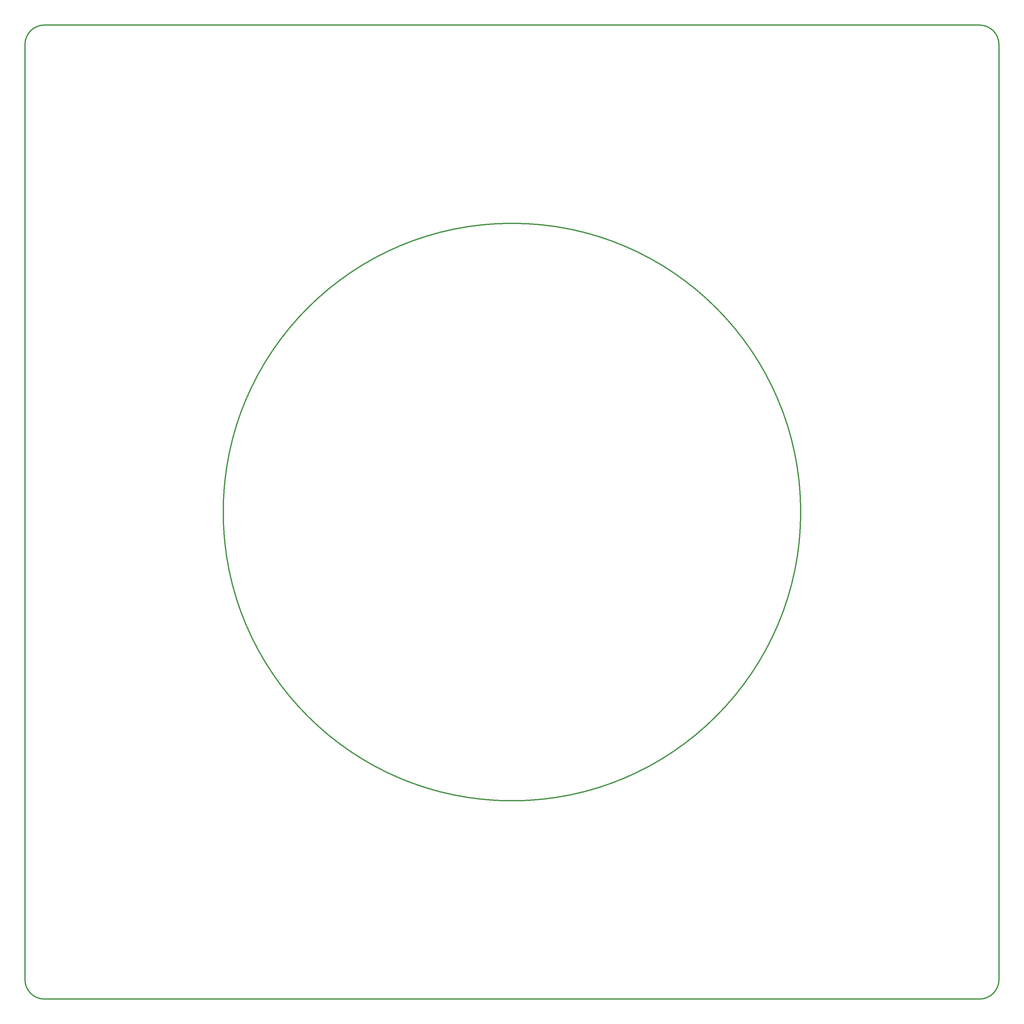
<source format=gm1>
%TF.GenerationSoftware,KiCad,Pcbnew,7.0.8-7.0.8~ubuntu22.04.1*%
%TF.CreationDate,2024-02-10T13:50:53-08:00*%
%TF.ProjectId,teensy_arena_12-12,7465656e-7379-45f6-9172-656e615f3132,rev?*%
%TF.SameCoordinates,Original*%
%TF.FileFunction,Profile,NP*%
%FSLAX46Y46*%
G04 Gerber Fmt 4.6, Leading zero omitted, Abs format (unit mm)*
G04 Created by KiCad (PCBNEW 7.0.8-7.0.8~ubuntu22.04.1) date 2024-02-10 13:50:53*
%MOMM*%
%LPD*%
G01*
G04 APERTURE LIST*
%TA.AperFunction,Profile*%
%ADD10C,0.300000*%
%TD*%
G04 APERTURE END LIST*
D10*
X50800000Y-299720000D02*
G75*
G03*
X55880000Y-304800000I5080000J0D01*
G01*
X304800000Y-55880000D02*
X304800000Y-299720000D01*
X299720000Y-304800000D02*
X55880000Y-304800000D01*
X253100000Y-177800000D02*
G75*
G03*
X253100000Y-177800000I-75300000J0D01*
G01*
X50800000Y-299720000D02*
X50800000Y-55880000D01*
X55880000Y-50800000D02*
G75*
G03*
X50800000Y-55880000I0J-5080000D01*
G01*
X299720000Y-304800000D02*
G75*
G03*
X304800000Y-299720000I0J5080000D01*
G01*
X55880000Y-50800000D02*
X299720000Y-50800000D01*
X304800000Y-55880000D02*
G75*
G03*
X299720000Y-50800000I-5080000J0D01*
G01*
M02*

</source>
